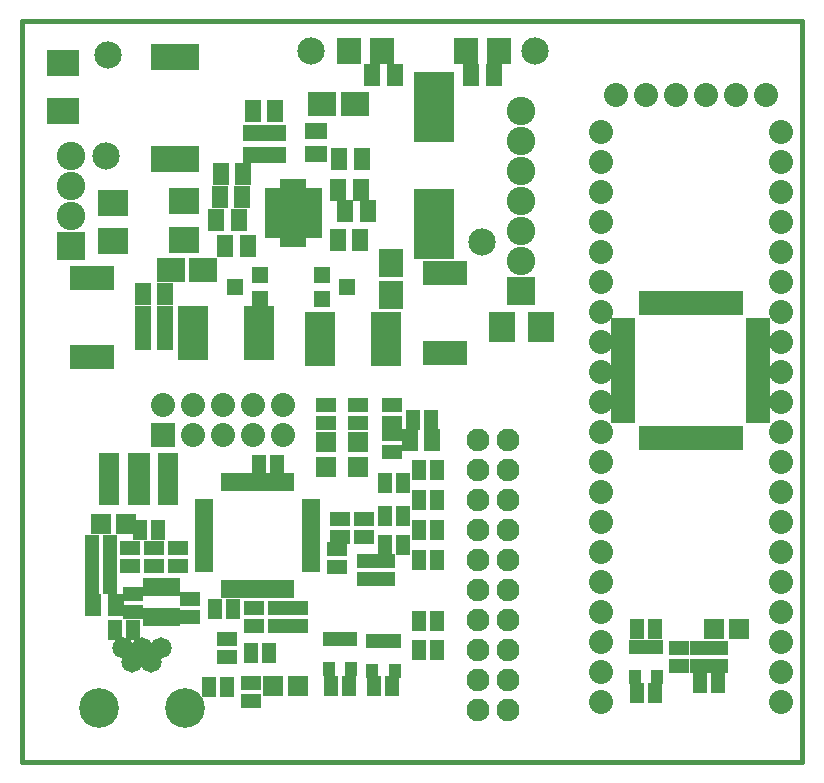
<source format=gts>
G04 (created by PCBNEW-RS274X (2010-03-14)-final) date jue 03 nov 2011 22:05:38 ART*
G01*
G70*
G90*
%MOIN*%
G04 Gerber Fmt 3.4, Leading zero omitted, Abs format*
%FSLAX34Y34*%
G04 APERTURE LIST*
%ADD10C,0.000100*%
%ADD11C,0.015000*%
%ADD12R,0.080000X0.036000*%
%ADD13R,0.036000X0.080000*%
%ADD14R,0.040000X0.050000*%
%ADD15R,0.045000X0.065000*%
%ADD16R,0.065000X0.045000*%
%ADD17R,0.067200X0.067200*%
%ADD18O,0.080000X0.080000*%
%ADD19C,0.071400*%
%ADD20C,0.132200*%
%ADD21R,0.027800X0.059300*%
%ADD22R,0.059300X0.027800*%
%ADD23C,0.076000*%
%ADD24R,0.080000X0.080000*%
%ADD25C,0.080000*%
%ADD26R,0.055000X0.075000*%
%ADD27R,0.047600X0.059400*%
%ADD28R,0.067200X0.177400*%
%ADD29R,0.075100X0.177400*%
%ADD30R,0.105000X0.090000*%
%ADD31R,0.146000X0.080000*%
%ADD32R,0.082900X0.090900*%
%ADD33R,0.096700X0.079000*%
%ADD34R,0.079000X0.096700*%
%ADD35R,0.104600X0.090800*%
%ADD36R,0.090800X0.104600*%
%ADD37R,0.095000X0.095000*%
%ADD38C,0.095000*%
%ADD39R,0.161700X0.090800*%
%ADD40R,0.134100X0.232500*%
%ADD41R,0.050700X0.035700*%
%ADD42R,0.052300X0.072000*%
%ADD43R,0.053500X0.031000*%
%ADD44R,0.031000X0.053500*%
%ADD45R,0.029100X0.048500*%
%ADD46C,0.090900*%
%ADD47R,0.075000X0.055000*%
%ADD48R,0.100000X0.180000*%
%ADD49R,0.056000X0.056000*%
G04 APERTURE END LIST*
G54D10*
G54D11*
X41250Y-29200D02*
X41400Y-29200D01*
X41250Y-53900D02*
X41250Y-29200D01*
X41400Y-53900D02*
X41250Y-53900D01*
X41550Y-53900D02*
X41400Y-53900D01*
X41700Y-53900D02*
X41550Y-53900D01*
X41850Y-53900D02*
X41700Y-53900D01*
X67250Y-53900D02*
X41850Y-53900D01*
X67250Y-29200D02*
X67250Y-53900D01*
X67150Y-29200D02*
X67250Y-29200D01*
X41300Y-29200D02*
X67150Y-29200D01*
G54D12*
X65800Y-40850D03*
X65800Y-40535D03*
X65800Y-40220D03*
X65800Y-39905D03*
X65800Y-39590D03*
X65800Y-39275D03*
X65800Y-41165D03*
X65800Y-41480D03*
X65800Y-41795D03*
X65800Y-42110D03*
X65800Y-42425D03*
X61300Y-40850D03*
X61300Y-40535D03*
X61300Y-40220D03*
X61300Y-39905D03*
X61300Y-39590D03*
X61300Y-39275D03*
X61300Y-41165D03*
X61300Y-41480D03*
X61300Y-41795D03*
X61300Y-42110D03*
X61300Y-42425D03*
G54D13*
X63550Y-38600D03*
X63550Y-43100D03*
X63235Y-38600D03*
X63235Y-43100D03*
X62920Y-43100D03*
X62920Y-38600D03*
X62605Y-38600D03*
X62605Y-43100D03*
X62290Y-43100D03*
X62290Y-38600D03*
X61975Y-38600D03*
X61975Y-43100D03*
X63865Y-43100D03*
X63865Y-38600D03*
X64180Y-38600D03*
X64180Y-43100D03*
X64495Y-43100D03*
X64495Y-38600D03*
X64810Y-38600D03*
X64810Y-43100D03*
X65125Y-43100D03*
X65125Y-38600D03*
G54D14*
X62425Y-50050D03*
X61675Y-50050D03*
X62425Y-51050D03*
X62050Y-50050D03*
X61675Y-51050D03*
G54D15*
X62350Y-49450D03*
X61750Y-49450D03*
X62350Y-51600D03*
X61750Y-51600D03*
G54D16*
X63150Y-50700D03*
X63150Y-50100D03*
X64450Y-50700D03*
X64450Y-50100D03*
X63850Y-50100D03*
X63850Y-50700D03*
G54D15*
X64450Y-51250D03*
X63850Y-51250D03*
G54D17*
X65163Y-49450D03*
X64337Y-49450D03*
G54D18*
X66550Y-51900D03*
X66550Y-50900D03*
X66550Y-49900D03*
X66550Y-48900D03*
X66550Y-47900D03*
X66550Y-46900D03*
X66550Y-45900D03*
X66550Y-44900D03*
X66550Y-43900D03*
X66550Y-42900D03*
X66550Y-41900D03*
X66550Y-40900D03*
X66550Y-39900D03*
X66550Y-38900D03*
X66550Y-37900D03*
X66550Y-36900D03*
X66550Y-35900D03*
X66550Y-34900D03*
X66550Y-33900D03*
X66550Y-32900D03*
X60550Y-51900D03*
X60550Y-50900D03*
X60550Y-49900D03*
X60550Y-48900D03*
X60550Y-47900D03*
X60550Y-46900D03*
X60550Y-45900D03*
X60550Y-44900D03*
X60550Y-43900D03*
X60550Y-42900D03*
X60550Y-41900D03*
X60550Y-40900D03*
X60550Y-39900D03*
X60550Y-38900D03*
X60550Y-37900D03*
X60550Y-36900D03*
X60550Y-35900D03*
X60550Y-34900D03*
X60550Y-33900D03*
X60550Y-32900D03*
X61050Y-31650D03*
X62050Y-31650D03*
X63050Y-31650D03*
X64050Y-31650D03*
X65050Y-31650D03*
X66050Y-31650D03*
G54D19*
X45250Y-50093D03*
X44936Y-50565D03*
X45879Y-50093D03*
X45564Y-50565D03*
G54D20*
X46687Y-52100D03*
X43813Y-52100D03*
G54D19*
X44621Y-50093D03*
G54D21*
X48018Y-48121D03*
X48215Y-48121D03*
X48412Y-48121D03*
X48608Y-48121D03*
X48805Y-48121D03*
X49002Y-48121D03*
X49198Y-48121D03*
X49395Y-48121D03*
X49592Y-48121D03*
X49788Y-48121D03*
X49985Y-48121D03*
X50182Y-48121D03*
G54D22*
X50871Y-47432D03*
X50871Y-47235D03*
X50871Y-47038D03*
X50871Y-46842D03*
X50871Y-46645D03*
X50871Y-46448D03*
X50871Y-46252D03*
X50871Y-46055D03*
X50871Y-45858D03*
X50871Y-45662D03*
X50871Y-45465D03*
X50871Y-45268D03*
G54D21*
X50182Y-44579D03*
X49985Y-44579D03*
X49788Y-44579D03*
X49592Y-44579D03*
X49395Y-44579D03*
X49198Y-44579D03*
X49002Y-44579D03*
X48805Y-44579D03*
X48608Y-44579D03*
X48412Y-44579D03*
X48215Y-44579D03*
X48018Y-44579D03*
G54D22*
X47329Y-45268D03*
X47329Y-45465D03*
X47329Y-45662D03*
X47329Y-45858D03*
X47329Y-46055D03*
X47329Y-46252D03*
X47329Y-46448D03*
X47329Y-46645D03*
X47329Y-46842D03*
X47329Y-47038D03*
X47329Y-47235D03*
X47329Y-47432D03*
G54D17*
X49637Y-51350D03*
X50463Y-51350D03*
X52450Y-43237D03*
X52450Y-44063D03*
X51400Y-43237D03*
X51400Y-44063D03*
X43887Y-45950D03*
X44713Y-45950D03*
G54D23*
X56450Y-43150D03*
X57450Y-43150D03*
X56450Y-44150D03*
X57450Y-44150D03*
X56450Y-45150D03*
X57450Y-45150D03*
X56450Y-46150D03*
X57450Y-46150D03*
X56450Y-47150D03*
X57450Y-47150D03*
X56450Y-48150D03*
X57450Y-48150D03*
X56450Y-49150D03*
X57450Y-49150D03*
X56450Y-50150D03*
X57450Y-50150D03*
X56450Y-51150D03*
X57450Y-51150D03*
X56450Y-52150D03*
X57450Y-52150D03*
G54D24*
X45950Y-43000D03*
G54D25*
X45950Y-42000D03*
X46950Y-43000D03*
X46950Y-42000D03*
X47950Y-43000D03*
X47950Y-42000D03*
X48950Y-43000D03*
X48950Y-42000D03*
X49950Y-43000D03*
X49950Y-42000D03*
G54D15*
X53950Y-46650D03*
X53350Y-46650D03*
X53950Y-45700D03*
X53350Y-45700D03*
X53950Y-44600D03*
X53350Y-44600D03*
G54D16*
X52750Y-47200D03*
X52750Y-47800D03*
X49800Y-48750D03*
X49800Y-49350D03*
X53350Y-47800D03*
X53350Y-47200D03*
X52650Y-46400D03*
X52650Y-45800D03*
X51750Y-46800D03*
X51750Y-47400D03*
X51850Y-46400D03*
X51850Y-45800D03*
G54D15*
X45800Y-46150D03*
X45200Y-46150D03*
G54D16*
X48100Y-49800D03*
X48100Y-50400D03*
G54D15*
X49500Y-50250D03*
X48900Y-50250D03*
X48100Y-51400D03*
X47500Y-51400D03*
G54D16*
X51400Y-42000D03*
X51400Y-42600D03*
X52450Y-42000D03*
X52450Y-42600D03*
X48900Y-51850D03*
X48900Y-51250D03*
G54D15*
X44200Y-46650D03*
X43600Y-46650D03*
G54D16*
X46850Y-49050D03*
X46850Y-48450D03*
G54D15*
X48300Y-48800D03*
X47700Y-48800D03*
X53000Y-51350D03*
X53600Y-51350D03*
X52150Y-51350D03*
X51550Y-51350D03*
X55100Y-44150D03*
X54500Y-44150D03*
X55100Y-45150D03*
X54500Y-45150D03*
X55100Y-46150D03*
X54500Y-46150D03*
X55100Y-47150D03*
X54500Y-47150D03*
X55100Y-49200D03*
X54500Y-49200D03*
X55100Y-50150D03*
X54500Y-50150D03*
G54D16*
X50450Y-48750D03*
X50450Y-49350D03*
G54D15*
X49150Y-44000D03*
X49750Y-44000D03*
G54D16*
X46450Y-46750D03*
X46450Y-47350D03*
X44850Y-46750D03*
X44850Y-47350D03*
X49000Y-48750D03*
X49000Y-49350D03*
X45650Y-46750D03*
X45650Y-47350D03*
X44950Y-48300D03*
X44950Y-48900D03*
G54D15*
X43600Y-47300D03*
X44200Y-47300D03*
G54D16*
X53600Y-42000D03*
X53600Y-42600D03*
G54D15*
X43600Y-47950D03*
X44200Y-47950D03*
G54D16*
X53600Y-43550D03*
X53600Y-42950D03*
G54D15*
X44350Y-49500D03*
X44950Y-49500D03*
X54900Y-42500D03*
X54300Y-42500D03*
G54D26*
X43625Y-48650D03*
X44375Y-48650D03*
X54925Y-43150D03*
X54175Y-43150D03*
G54D14*
X52225Y-49800D03*
X51475Y-49800D03*
X52225Y-50800D03*
X51850Y-49800D03*
X51475Y-50800D03*
X53675Y-49850D03*
X52925Y-49850D03*
X53675Y-50850D03*
X53300Y-49850D03*
X52925Y-50850D03*
G54D27*
X45525Y-48050D03*
X45900Y-48050D03*
X46275Y-48050D03*
X46275Y-49050D03*
X45900Y-49050D03*
X45525Y-49050D03*
G54D28*
X46134Y-44450D03*
G54D29*
X45150Y-44450D03*
G54D28*
X44166Y-44450D03*
G54D30*
X42630Y-30600D03*
X42630Y-32200D03*
G54D31*
X55350Y-40250D03*
X55350Y-37593D03*
X43600Y-37750D03*
X43600Y-40407D03*
G54D32*
X57159Y-30200D03*
X56041Y-30200D03*
X53259Y-30200D03*
X52141Y-30200D03*
G54D33*
X52341Y-31950D03*
X51259Y-31950D03*
G54D34*
X53550Y-38341D03*
X53550Y-37259D03*
G54D33*
X47291Y-37500D03*
X46209Y-37500D03*
G54D35*
X44300Y-36539D03*
X44300Y-35261D03*
G54D36*
X58539Y-39400D03*
X57261Y-39400D03*
G54D35*
X46650Y-35211D03*
X46650Y-36489D03*
G54D37*
X57900Y-38200D03*
G54D38*
X57900Y-37200D03*
X57900Y-36200D03*
X57900Y-35200D03*
X57900Y-34200D03*
X57900Y-33200D03*
X57900Y-32200D03*
G54D37*
X42900Y-36700D03*
G54D38*
X42900Y-35700D03*
X42900Y-34700D03*
X42900Y-33700D03*
G54D39*
X46350Y-33800D03*
X46350Y-30400D03*
G54D40*
X55000Y-32052D03*
X55000Y-35948D03*
G54D41*
X50300Y-36280D03*
G54D42*
X50100Y-35900D03*
X50500Y-35900D03*
X50500Y-35300D03*
G54D43*
X50979Y-35698D03*
X50979Y-35502D03*
X50979Y-35305D03*
X50979Y-35108D03*
X50979Y-34911D03*
X50979Y-36289D03*
X50979Y-36092D03*
X50979Y-35895D03*
X49621Y-35895D03*
X49621Y-36092D03*
X49621Y-36289D03*
X49621Y-34911D03*
X49621Y-35108D03*
X49621Y-35305D03*
X49621Y-35502D03*
X49621Y-35698D03*
G54D44*
X50596Y-34726D03*
X50596Y-36474D03*
X50004Y-36474D03*
G54D45*
X50192Y-34700D03*
G54D41*
X50300Y-34921D03*
G54D45*
X50408Y-34700D03*
X50408Y-36500D03*
G54D44*
X50004Y-34726D03*
G54D45*
X50192Y-36500D03*
G54D42*
X50100Y-35300D03*
G54D46*
X56600Y-36550D03*
X58350Y-30200D03*
X44050Y-33700D03*
G54D26*
X52925Y-31000D03*
X53675Y-31000D03*
X46025Y-39050D03*
X45275Y-39050D03*
X45275Y-38300D03*
X46025Y-38300D03*
X49700Y-32200D03*
X48950Y-32200D03*
X56225Y-31000D03*
X56975Y-31000D03*
G54D47*
X49000Y-33675D03*
X49000Y-32925D03*
X49700Y-32925D03*
X49700Y-33675D03*
G54D26*
X48625Y-34300D03*
X47875Y-34300D03*
X48600Y-35075D03*
X47850Y-35075D03*
X51800Y-34825D03*
X52550Y-34825D03*
X45275Y-39800D03*
X46025Y-39800D03*
X51825Y-33800D03*
X52575Y-33800D03*
X48475Y-35825D03*
X47725Y-35825D03*
X52025Y-35525D03*
X52775Y-35525D03*
X51775Y-36500D03*
X52525Y-36500D03*
X48775Y-36700D03*
X48025Y-36700D03*
G54D47*
X51050Y-33625D03*
X51050Y-32875D03*
G54D48*
X46950Y-39600D03*
X49150Y-39600D03*
X53400Y-39800D03*
X51200Y-39800D03*
G54D46*
X50900Y-30200D03*
G54D49*
X49200Y-37650D03*
X49200Y-38450D03*
X48350Y-38050D03*
X51250Y-38450D03*
X51250Y-37650D03*
X52100Y-38050D03*
G54D46*
X44125Y-30325D03*
M02*

</source>
